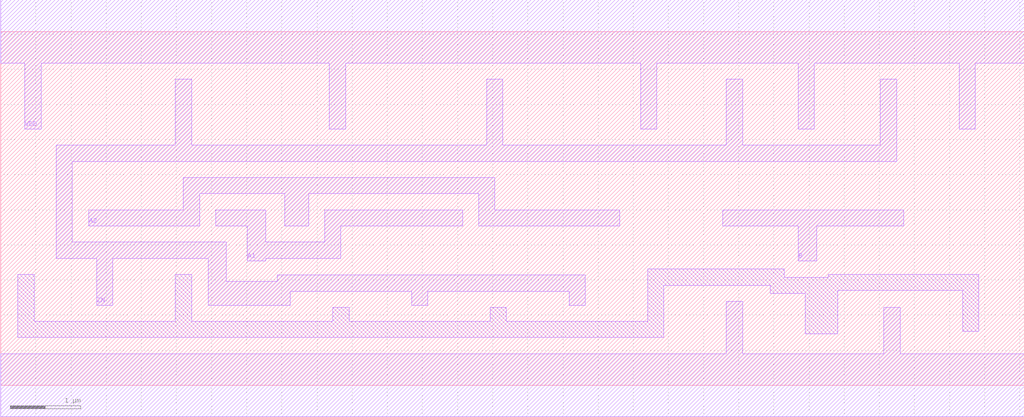
<source format=lef>
# Copyright 2022 GlobalFoundries PDK Authors
#
# Licensed under the Apache License, Version 2.0 (the "License");
# you may not use this file except in compliance with the License.
# You may obtain a copy of the License at
#
#      http://www.apache.org/licenses/LICENSE-2.0
#
# Unless required by applicable law or agreed to in writing, software
# distributed under the License is distributed on an "AS IS" BASIS,
# WITHOUT WARRANTIES OR CONDITIONS OF ANY KIND, either express or implied.
# See the License for the specific language governing permissions and
# limitations under the License.

MACRO gf180mcu_fd_sc_mcu9t5v0__oai21_4
  CLASS core ;
  FOREIGN gf180mcu_fd_sc_mcu9t5v0__oai21_4 0.0 0.0 ;
  ORIGIN 0 0 ;
  SYMMETRY X Y ;
  SITE GF018hv5v_green_sc9 ;
  SIZE 14.56 BY 5.04 ;
  PIN A1
    DIRECTION INPUT ;
    ANTENNAGATEAREA 6.828 ;
    PORT
      LAYER METAL1 ;
        POLYGON 3.06 2.27 3.51 2.27 3.51 1.77 3.77 1.77 3.77 1.81 4.84 1.81 4.84 2.27 6.57 2.27 6.57 2.5 4.61 2.5 4.61 2.04 3.77 2.04 3.77 2.5 3.06 2.5  ;
    END
  END A1
  PIN A2
    DIRECTION INPUT ;
    ANTENNAGATEAREA 6.828 ;
    PORT
      LAYER METAL1 ;
        POLYGON 1.25 2.27 2.83 2.27 2.83 2.73 4.04 2.73 4.04 2.27 4.38 2.27 4.38 2.73 6.8 2.73 6.8 2.27 8.81 2.27 8.81 2.5 7.03 2.5 7.03 2.96 2.6 2.96 2.6 2.5 1.25 2.5  ;
    END
  END A2
  PIN B
    DIRECTION INPUT ;
    ANTENNAGATEAREA 6.458 ;
    PORT
      LAYER METAL1 ;
        POLYGON 10.27 2.27 11.35 2.27 11.35 1.77 11.61 1.77 11.61 2.27 12.85 2.27 12.85 2.5 10.27 2.5  ;
    END
  END B
  PIN ZN
    DIRECTION OUTPUT ;
    ANTENNADIFFAREA 6.7986 ;
    PORT
      LAYER METAL1 ;
        POLYGON 1.02 3.19 12.745 3.19 12.745 4.36 12.515 4.36 12.515 3.42 10.555 3.42 10.555 4.36 10.325 4.36 10.325 3.42 7.145 3.42 7.145 4.36 6.915 4.36 6.915 3.42 2.715 3.42 2.715 4.36 2.485 4.36 2.485 3.42 0.79 3.42 0.79 1.81 1.365 1.81 1.365 1.14 1.595 1.14 1.595 1.81 2.95 1.81 2.95 1.14 4.12 1.14 4.12 1.34 5.845 1.34 5.845 1.14 6.075 1.14 6.075 1.34 8.085 1.34 8.085 1.14 8.315 1.14 8.315 1.57 3.935 1.57 3.935 1.48 3.21 1.48 3.21 2.04 1.02 2.04  ;
    END
  END ZN
  PIN VDD
    DIRECTION INOUT ;
    USE power ;
    SHAPE ABUTMENT ;
    PORT
      LAYER METAL1 ;
        POLYGON 0 4.59 0.345 4.59 0.345 3.65 0.575 3.65 0.575 4.59 4.675 4.59 4.675 3.65 4.905 3.65 4.905 4.59 9.105 4.59 9.105 3.65 9.335 3.65 9.335 4.59 11.345 4.59 11.345 3.65 11.575 3.65 11.575 4.59 13.635 4.59 13.635 3.65 13.865 3.65 13.865 4.59 13.915 4.59 14.56 4.59 14.56 5.49 13.915 5.49 0 5.49  ;
    END
  END VDD
  PIN VSS
    DIRECTION INOUT ;
    USE ground ;
    SHAPE ABUTMENT ;
    PORT
      LAYER METAL1 ;
        POLYGON 0 -0.45 14.56 -0.45 14.56 0.45 12.795 0.45 12.795 1.11 12.565 1.11 12.565 0.45 10.555 0.45 10.555 1.195 10.325 1.195 10.325 0.45 0 0.45  ;
    END
  END VSS
  OBS
      LAYER METAL1 ;
        POLYGON 0.245 0.68 9.435 0.68 9.435 1.425 10.95 1.425 10.95 1.31 11.445 1.31 11.445 0.73 11.905 0.73 11.905 1.35 13.685 1.35 13.685 0.77 13.915 0.77 13.915 1.58 11.775 1.58 11.775 1.54 11.15 1.54 11.15 1.655 9.205 1.655 9.205 0.91 7.195 0.91 7.195 1.11 6.965 1.11 6.965 0.91 4.955 0.91 4.955 1.11 4.725 1.11 4.725 0.91 2.715 0.91 2.715 1.58 2.485 1.58 2.485 0.91 0.475 0.91 0.475 1.58 0.245 1.58  ;
  END
END gf180mcu_fd_sc_mcu9t5v0__oai21_4

</source>
